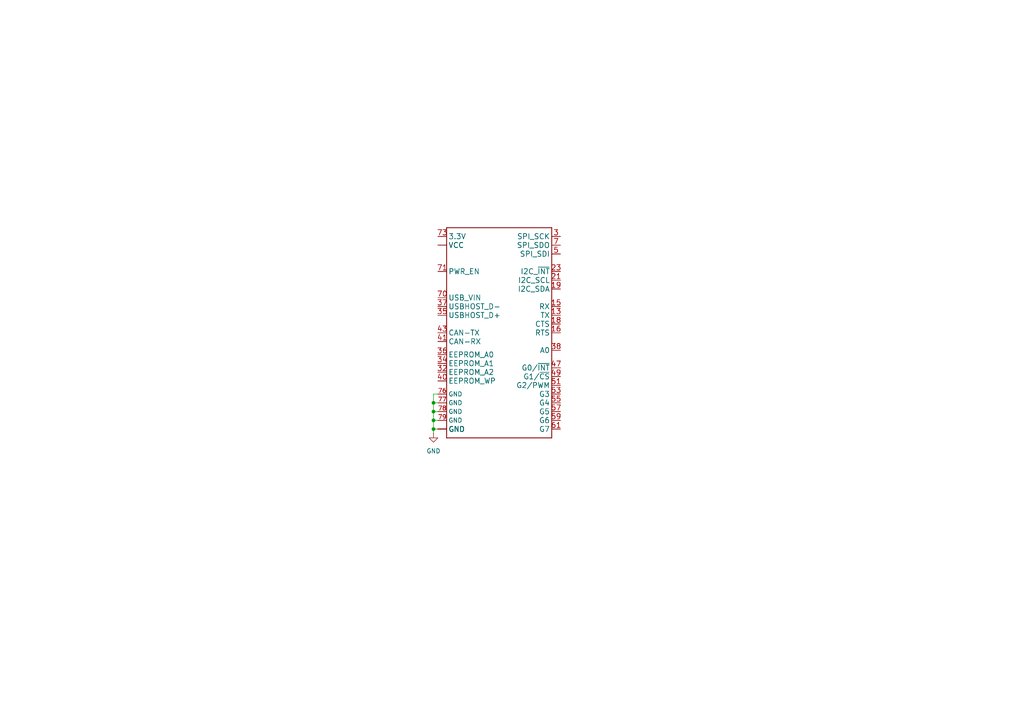
<source format=kicad_sch>
(kicad_sch (version 20250114) (generator "eeschema") (generator_version "9.0")
  (paper "A4")
  (lib_symbols
    (symbol "MOSAIC_function_board_symbols:MOSAIC_FUNCTION_BOARD_STANDARD"
      (symbol "MOSAIC_FUNCTION_BOARD_STANDARD_1_0"
        (polyline (pts (xy -15.24 27.94) (xy 15.24 27.94)) (stroke (width 0.254)))
        (polyline (pts (xy -15.24 -33.02) (xy -15.24 27.94)) (stroke (width 0.254)))
        (polyline (pts (xy 15.24 27.94) (xy 15.24 -33.02)) (stroke (width 0.254)))
        (polyline (pts (xy 15.24 -33.02) (xy -15.24 -33.02)) (stroke (width 0.254)))
        (pin bidirectional line (at -17.78 25.4 0) (length 2.54) (name "3.3V") (number "73"))
        (pin bidirectional line (at -17.78 22.86 0) (length 2.54) (name "VCC") (number "72"))
        (pin bidirectional line (at -17.78 22.86 0) (length 2.54) (name "VCC") (number "74"))
        (pin bidirectional line (at -17.78 15.24 0) (length 2.54) (name "PWR_EN") (number "71"))
        (pin bidirectional line (at -17.78 7.62 0) (length 2.54) (name "USB_VIN") (number "70"))
        (pin bidirectional line (at -17.78 5.08 0) (length 2.54) (name "USBHOST_D-") (number "37"))
        (pin bidirectional line (at -17.78 2.54 0) (length 2.54) (name "USBHOST_D+") (number "35"))
        (pin bidirectional line (at -17.78 -2.54 0) (length 2.54) (name "CAN-TX") (number "43"))
        (pin bidirectional line (at -17.78 -5.08 0) (length 2.54) (name "CAN-RX") (number "41"))
        (pin bidirectional line (at -17.78 -8.89 0) (length 2.54) (name "EEPROM_A0") (number "36"))
        (pin bidirectional line (at -17.78 -11.43 0) (length 2.54) (name "EEPROM_A1") (number "34"))
        (pin bidirectional line (at -17.78 -13.97 0) (length 2.54) (name "EEPROM_A2") (number "32"))
        (pin bidirectional line (at -17.78 -16.51 0) (length 2.54) (name "EEPROM_WP") (number "40"))
        (pin bidirectional line (at -17.78 -30.48 0) (length 2.54) (name "GND") (number "1"))
        (pin bidirectional line (at -17.78 -30.48 0) (length 2.54) (name "GND") (number "33"))
        (pin bidirectional line (at -17.78 -30.48 0) (length 2.54) (name "GND") (number "39"))
        (pin bidirectional line (at -17.78 -30.48 0) (length 2.54) (name "GND") (number "45"))
        (pin bidirectional line (at -17.78 -30.48 0) (length 2.54) (name "GND") (number "75"))
        (pin bidirectional line (at -17.78 -30.48 0) (length 2.54) (name "GND") (number "GND1"))
        (pin bidirectional line (at -17.78 -30.48 0) (length 2.54) (name "GND") (number "GND2"))
        (pin bidirectional line (at -17.78 -30.48 0) (length 2.54) (name "GND") (number "GND3"))
        (pin bidirectional line (at -17.78 -30.48 0) (length 2.54) (name "GND") (number "GND4"))
        (pin bidirectional line (at -17.78 -30.48 0) (length 2.54) (name "GND") (number "GND5"))
        (pin bidirectional line (at -17.78 -30.48 0) (length 2.54) (name "GND") (number "GND6"))
        (pin bidirectional line (at 17.78 25.4 180) (length 2.54) (name "SPI_SCK") (number "3"))
        (pin bidirectional line (at 17.78 22.86 180) (length 2.54) (name "SPI_SDO") (number "7"))
        (pin bidirectional line (at 17.78 20.32 180) (length 2.54) (name "SPI_SDI") (number "5"))
        (pin bidirectional line (at 17.78 15.24 180) (length 2.54) (name "I2C_~{INT}") (number "23"))
        (pin bidirectional line (at 17.78 12.7 180) (length 2.54) (name "I2C_SCL") (number "21"))
        (pin bidirectional line (at 17.78 10.16 180) (length 2.54) (name "I2C_SDA") (number "19"))
        (pin bidirectional line (at 17.78 5.08 180) (length 2.54) (name "RX") (number "15"))
        (pin bidirectional line (at 17.78 2.54 180) (length 2.54) (name "TX") (number "13"))
        (pin bidirectional line (at 17.78 0 180) (length 2.54) (name "CTS") (number "18"))
        (pin bidirectional line (at 17.78 -2.54 180) (length 2.54) (name "RTS") (number "16"))
        (pin bidirectional line (at 17.78 -7.62 180) (length 2.54) (name "A0") (number "38"))
        (pin bidirectional line (at 17.78 -12.7 180) (length 2.54) (name "G0/~{INT}") (number "47"))
        (pin bidirectional line (at 17.78 -15.24 180) (length 2.54) (name "G1/~{CS}") (number "49"))
        (pin bidirectional line (at 17.78 -17.78 180) (length 2.54) (name "G2/PWM") (number "51"))
        (pin bidirectional line (at 17.78 -20.32 180) (length 2.54) (name "G3") (number "53"))
        (pin bidirectional line (at 17.78 -22.86 180) (length 2.54) (name "G4") (number "55"))
        (pin bidirectional line (at 17.78 -25.4 180) (length 2.54) (name "G5") (number "57"))
        (pin bidirectional line (at 17.78 -27.94 180) (length 2.54) (name "G6") (number "59"))
        (pin bidirectional line (at 17.78 -30.48 180) (length 2.54) (name "G7") (number "61"))
      )
      (symbol "MOSAIC_FUNCTION_BOARD_STANDARD_1_1"
        (pin unspecified line (at -17.78 -20.32 0) (length 2.54) (name "GND") (number "76"))
        (pin unspecified line (at -17.78 -22.86 0) (length 2.54) (name "GND") (number "77"))
        (pin unspecified line (at -17.78 -25.4 0) (length 2.54) (name "GND") (number "78"))
        (pin unspecified line (at -17.78 -27.94 0) (length 2.54) (name "GND") (number "79"))
      )
    )
    (symbol "power:GND" (power) (pin_numbers (hide yes)) (pin_names (offset 0) (hide yes))
      (property "Value" "GND" (at 0 -3.81 0))
      (symbol "GND_0_1"
        (polyline (pts (xy 0 0) (xy 0 -1.27) (xy 1.27 -1.27) (xy 0 -2.54) (xy -1.27 -1.27) (xy 0 -1.27)))
      )
      (symbol "GND_1_1"
        (pin power_in line (at 0 0 270) (length 0) (name "~") (number "1"))
      )
    )
  )
  (junction (at 125.73 121.92))
  (junction (at 125.73 119.38))
  (junction (at 125.73 124.46))
  (junction (at 125.73 116.84))
  (wire (pts (xy 125.73 121.92) (xy 125.73 124.46)))
  (wire (pts (xy 127 124.46) (xy 125.73 124.46)))
  (wire (pts (xy 127 114.3) (xy 125.73 114.3)))
  (wire (pts (xy 125.73 124.46) (xy 125.73 125.73)))
  (wire (pts (xy 125.73 116.84) (xy 125.73 119.38)))
  (wire (pts (xy 125.73 114.3) (xy 125.73 116.84)))
  (wire (pts (xy 127 116.84) (xy 125.73 116.84)))
  (wire (pts (xy 127 121.92) (xy 125.73 121.92)))
  (wire (pts (xy 127 119.38) (xy 125.73 119.38)))
  (wire (pts (xy 125.73 119.38) (xy 125.73 121.92)))
  (symbol (lib_id "MOSAIC_function_board_symbols:MOSAIC_FUNCTION_BOARD_STANDARD") (at 144.78 93.98 0) (unit 1)
    (property "Reference" "J1" (effects (hide yes)))
    (property "Footprint" "MOSAIC_function_board_footprints:M.2-CARD-E-22_FUNCTION_STANDARD" (effects (hide yes)))
    (property "Description" "Function Board Connector\n\nDescription: A card edge connector and mating PCB connector to allow various MicroMod/MOSAIC Processor Boards to be coupled with various carrier boards of different capabilities. Based on the M.2 standard." (effects (hide yes)))
  )
  (symbol (lib_id "power:GND") (at 125.73 125.73 0) (unit 1)
    (property "Reference" "#PWR01" (effects (hide yes)))
    (property "Value" "GND" (at 125.73 130.81 0))
    (property "Description" "Power symbol creates a global label with name \"GND\" , ground" (effects (hide yes)))
  )
)
</source>
